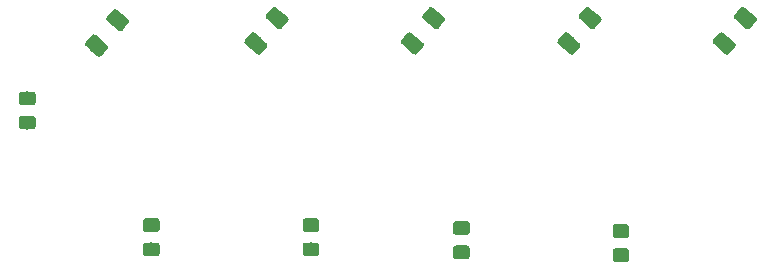
<source format=gbr>
G04 #@! TF.GenerationSoftware,KiCad,Pcbnew,(5.1.2)-2*
G04 #@! TF.CreationDate,2019-10-08T20:06:50+08:00*
G04 #@! TF.ProjectId,18650 holder,31383635-3020-4686-9f6c-6465722e6b69,rev?*
G04 #@! TF.SameCoordinates,Original*
G04 #@! TF.FileFunction,Paste,Top*
G04 #@! TF.FilePolarity,Positive*
%FSLAX46Y46*%
G04 Gerber Fmt 4.6, Leading zero omitted, Abs format (unit mm)*
G04 Created by KiCad (PCBNEW (5.1.2)-2) date 2019-10-08 20:06:50*
%MOMM*%
%LPD*%
G04 APERTURE LIST*
%ADD10C,0.100000*%
%ADD11C,1.250000*%
%ADD12C,1.150000*%
G04 APERTURE END LIST*
D10*
G36*
X166139582Y-39634939D02*
G01*
X166163809Y-39638803D01*
X166187542Y-39645024D01*
X166210550Y-39653541D01*
X166232612Y-39664271D01*
X166253517Y-39677113D01*
X166273062Y-39691942D01*
X167230617Y-40495427D01*
X167248615Y-40512100D01*
X167264891Y-40530457D01*
X167279290Y-40550321D01*
X167291673Y-40571501D01*
X167301920Y-40593792D01*
X167309933Y-40616981D01*
X167315634Y-40640843D01*
X167318969Y-40665149D01*
X167319905Y-40689665D01*
X167318434Y-40714155D01*
X167314570Y-40738382D01*
X167308349Y-40762115D01*
X167299832Y-40785123D01*
X167289102Y-40807185D01*
X167276260Y-40828090D01*
X167261431Y-40847635D01*
X166779340Y-41422168D01*
X166762667Y-41440166D01*
X166744310Y-41456442D01*
X166724446Y-41470841D01*
X166703266Y-41483224D01*
X166680975Y-41493471D01*
X166657786Y-41501484D01*
X166633924Y-41507185D01*
X166609618Y-41510520D01*
X166585102Y-41511456D01*
X166560612Y-41509985D01*
X166536385Y-41506121D01*
X166512652Y-41499900D01*
X166489644Y-41491383D01*
X166467582Y-41480653D01*
X166446677Y-41467811D01*
X166427132Y-41452982D01*
X165469577Y-40649497D01*
X165451579Y-40632824D01*
X165435303Y-40614467D01*
X165420904Y-40594603D01*
X165408521Y-40573423D01*
X165398274Y-40551132D01*
X165390261Y-40527943D01*
X165384560Y-40504081D01*
X165381225Y-40479775D01*
X165380289Y-40455259D01*
X165381760Y-40430769D01*
X165385624Y-40406542D01*
X165391845Y-40382809D01*
X165400362Y-40359801D01*
X165411092Y-40337739D01*
X165423934Y-40316834D01*
X165438763Y-40297289D01*
X165920854Y-39722756D01*
X165937527Y-39704758D01*
X165955884Y-39688482D01*
X165975748Y-39674083D01*
X165996928Y-39661700D01*
X166019219Y-39651453D01*
X166042408Y-39643440D01*
X166066270Y-39637739D01*
X166090576Y-39634404D01*
X166115092Y-39633468D01*
X166139582Y-39634939D01*
X166139582Y-39634939D01*
G37*
D11*
X166350097Y-40572462D03*
D10*
G36*
X167939388Y-37490015D02*
G01*
X167963615Y-37493879D01*
X167987348Y-37500100D01*
X168010356Y-37508617D01*
X168032418Y-37519347D01*
X168053323Y-37532189D01*
X168072868Y-37547018D01*
X169030423Y-38350503D01*
X169048421Y-38367176D01*
X169064697Y-38385533D01*
X169079096Y-38405397D01*
X169091479Y-38426577D01*
X169101726Y-38448868D01*
X169109739Y-38472057D01*
X169115440Y-38495919D01*
X169118775Y-38520225D01*
X169119711Y-38544741D01*
X169118240Y-38569231D01*
X169114376Y-38593458D01*
X169108155Y-38617191D01*
X169099638Y-38640199D01*
X169088908Y-38662261D01*
X169076066Y-38683166D01*
X169061237Y-38702711D01*
X168579146Y-39277244D01*
X168562473Y-39295242D01*
X168544116Y-39311518D01*
X168524252Y-39325917D01*
X168503072Y-39338300D01*
X168480781Y-39348547D01*
X168457592Y-39356560D01*
X168433730Y-39362261D01*
X168409424Y-39365596D01*
X168384908Y-39366532D01*
X168360418Y-39365061D01*
X168336191Y-39361197D01*
X168312458Y-39354976D01*
X168289450Y-39346459D01*
X168267388Y-39335729D01*
X168246483Y-39322887D01*
X168226938Y-39308058D01*
X167269383Y-38504573D01*
X167251385Y-38487900D01*
X167235109Y-38469543D01*
X167220710Y-38449679D01*
X167208327Y-38428499D01*
X167198080Y-38406208D01*
X167190067Y-38383019D01*
X167184366Y-38359157D01*
X167181031Y-38334851D01*
X167180095Y-38310335D01*
X167181566Y-38285845D01*
X167185430Y-38261618D01*
X167191651Y-38237885D01*
X167200168Y-38214877D01*
X167210898Y-38192815D01*
X167223740Y-38171910D01*
X167238569Y-38152365D01*
X167720660Y-37577832D01*
X167737333Y-37559834D01*
X167755690Y-37543558D01*
X167775554Y-37529159D01*
X167796734Y-37516776D01*
X167819025Y-37506529D01*
X167842214Y-37498516D01*
X167866076Y-37492815D01*
X167890382Y-37489480D01*
X167914898Y-37488544D01*
X167939388Y-37490015D01*
X167939388Y-37490015D01*
G37*
D11*
X168149903Y-38427538D03*
D10*
G36*
X171224505Y-57926204D02*
G01*
X171248773Y-57929804D01*
X171272572Y-57935765D01*
X171295671Y-57944030D01*
X171317850Y-57954520D01*
X171338893Y-57967132D01*
X171358599Y-57981747D01*
X171376777Y-57998223D01*
X171393253Y-58016401D01*
X171407868Y-58036107D01*
X171420480Y-58057150D01*
X171430970Y-58079329D01*
X171439235Y-58102428D01*
X171445196Y-58126227D01*
X171448796Y-58150495D01*
X171450000Y-58174999D01*
X171450000Y-58825001D01*
X171448796Y-58849505D01*
X171445196Y-58873773D01*
X171439235Y-58897572D01*
X171430970Y-58920671D01*
X171420480Y-58942850D01*
X171407868Y-58963893D01*
X171393253Y-58983599D01*
X171376777Y-59001777D01*
X171358599Y-59018253D01*
X171338893Y-59032868D01*
X171317850Y-59045480D01*
X171295671Y-59055970D01*
X171272572Y-59064235D01*
X171248773Y-59070196D01*
X171224505Y-59073796D01*
X171200001Y-59075000D01*
X170299999Y-59075000D01*
X170275495Y-59073796D01*
X170251227Y-59070196D01*
X170227428Y-59064235D01*
X170204329Y-59055970D01*
X170182150Y-59045480D01*
X170161107Y-59032868D01*
X170141401Y-59018253D01*
X170123223Y-59001777D01*
X170106747Y-58983599D01*
X170092132Y-58963893D01*
X170079520Y-58942850D01*
X170069030Y-58920671D01*
X170060765Y-58897572D01*
X170054804Y-58873773D01*
X170051204Y-58849505D01*
X170050000Y-58825001D01*
X170050000Y-58174999D01*
X170051204Y-58150495D01*
X170054804Y-58126227D01*
X170060765Y-58102428D01*
X170069030Y-58079329D01*
X170079520Y-58057150D01*
X170092132Y-58036107D01*
X170106747Y-58016401D01*
X170123223Y-57998223D01*
X170141401Y-57981747D01*
X170161107Y-57967132D01*
X170182150Y-57954520D01*
X170204329Y-57944030D01*
X170227428Y-57935765D01*
X170251227Y-57929804D01*
X170275495Y-57926204D01*
X170299999Y-57925000D01*
X171200001Y-57925000D01*
X171224505Y-57926204D01*
X171224505Y-57926204D01*
G37*
D12*
X170750000Y-58500000D03*
D10*
G36*
X171224505Y-55876204D02*
G01*
X171248773Y-55879804D01*
X171272572Y-55885765D01*
X171295671Y-55894030D01*
X171317850Y-55904520D01*
X171338893Y-55917132D01*
X171358599Y-55931747D01*
X171376777Y-55948223D01*
X171393253Y-55966401D01*
X171407868Y-55986107D01*
X171420480Y-56007150D01*
X171430970Y-56029329D01*
X171439235Y-56052428D01*
X171445196Y-56076227D01*
X171448796Y-56100495D01*
X171450000Y-56124999D01*
X171450000Y-56775001D01*
X171448796Y-56799505D01*
X171445196Y-56823773D01*
X171439235Y-56847572D01*
X171430970Y-56870671D01*
X171420480Y-56892850D01*
X171407868Y-56913893D01*
X171393253Y-56933599D01*
X171376777Y-56951777D01*
X171358599Y-56968253D01*
X171338893Y-56982868D01*
X171317850Y-56995480D01*
X171295671Y-57005970D01*
X171272572Y-57014235D01*
X171248773Y-57020196D01*
X171224505Y-57023796D01*
X171200001Y-57025000D01*
X170299999Y-57025000D01*
X170275495Y-57023796D01*
X170251227Y-57020196D01*
X170227428Y-57014235D01*
X170204329Y-57005970D01*
X170182150Y-56995480D01*
X170161107Y-56982868D01*
X170141401Y-56968253D01*
X170123223Y-56951777D01*
X170106747Y-56933599D01*
X170092132Y-56913893D01*
X170079520Y-56892850D01*
X170069030Y-56870671D01*
X170060765Y-56847572D01*
X170054804Y-56823773D01*
X170051204Y-56799505D01*
X170050000Y-56775001D01*
X170050000Y-56124999D01*
X170051204Y-56100495D01*
X170054804Y-56076227D01*
X170060765Y-56052428D01*
X170069030Y-56029329D01*
X170079520Y-56007150D01*
X170092132Y-55986107D01*
X170106747Y-55966401D01*
X170123223Y-55948223D01*
X170141401Y-55931747D01*
X170161107Y-55917132D01*
X170182150Y-55904520D01*
X170204329Y-55894030D01*
X170227428Y-55885765D01*
X170251227Y-55879804D01*
X170275495Y-55876204D01*
X170299999Y-55875000D01*
X171200001Y-55875000D01*
X171224505Y-55876204D01*
X171224505Y-55876204D01*
G37*
D12*
X170750000Y-56450000D03*
D10*
G36*
X179289485Y-39634939D02*
G01*
X179313712Y-39638803D01*
X179337445Y-39645024D01*
X179360453Y-39653541D01*
X179382515Y-39664271D01*
X179403420Y-39677113D01*
X179422965Y-39691942D01*
X180380520Y-40495427D01*
X180398518Y-40512100D01*
X180414794Y-40530457D01*
X180429193Y-40550321D01*
X180441576Y-40571501D01*
X180451823Y-40593792D01*
X180459836Y-40616981D01*
X180465537Y-40640843D01*
X180468872Y-40665149D01*
X180469808Y-40689665D01*
X180468337Y-40714155D01*
X180464473Y-40738382D01*
X180458252Y-40762115D01*
X180449735Y-40785123D01*
X180439005Y-40807185D01*
X180426163Y-40828090D01*
X180411334Y-40847635D01*
X179929243Y-41422168D01*
X179912570Y-41440166D01*
X179894213Y-41456442D01*
X179874349Y-41470841D01*
X179853169Y-41483224D01*
X179830878Y-41493471D01*
X179807689Y-41501484D01*
X179783827Y-41507185D01*
X179759521Y-41510520D01*
X179735005Y-41511456D01*
X179710515Y-41509985D01*
X179686288Y-41506121D01*
X179662555Y-41499900D01*
X179639547Y-41491383D01*
X179617485Y-41480653D01*
X179596580Y-41467811D01*
X179577035Y-41452982D01*
X178619480Y-40649497D01*
X178601482Y-40632824D01*
X178585206Y-40614467D01*
X178570807Y-40594603D01*
X178558424Y-40573423D01*
X178548177Y-40551132D01*
X178540164Y-40527943D01*
X178534463Y-40504081D01*
X178531128Y-40479775D01*
X178530192Y-40455259D01*
X178531663Y-40430769D01*
X178535527Y-40406542D01*
X178541748Y-40382809D01*
X178550265Y-40359801D01*
X178560995Y-40337739D01*
X178573837Y-40316834D01*
X178588666Y-40297289D01*
X179070757Y-39722756D01*
X179087430Y-39704758D01*
X179105787Y-39688482D01*
X179125651Y-39674083D01*
X179146831Y-39661700D01*
X179169122Y-39651453D01*
X179192311Y-39643440D01*
X179216173Y-39637739D01*
X179240479Y-39634404D01*
X179264995Y-39633468D01*
X179289485Y-39634939D01*
X179289485Y-39634939D01*
G37*
D11*
X179500000Y-40572462D03*
D10*
G36*
X181089291Y-37490015D02*
G01*
X181113518Y-37493879D01*
X181137251Y-37500100D01*
X181160259Y-37508617D01*
X181182321Y-37519347D01*
X181203226Y-37532189D01*
X181222771Y-37547018D01*
X182180326Y-38350503D01*
X182198324Y-38367176D01*
X182214600Y-38385533D01*
X182228999Y-38405397D01*
X182241382Y-38426577D01*
X182251629Y-38448868D01*
X182259642Y-38472057D01*
X182265343Y-38495919D01*
X182268678Y-38520225D01*
X182269614Y-38544741D01*
X182268143Y-38569231D01*
X182264279Y-38593458D01*
X182258058Y-38617191D01*
X182249541Y-38640199D01*
X182238811Y-38662261D01*
X182225969Y-38683166D01*
X182211140Y-38702711D01*
X181729049Y-39277244D01*
X181712376Y-39295242D01*
X181694019Y-39311518D01*
X181674155Y-39325917D01*
X181652975Y-39338300D01*
X181630684Y-39348547D01*
X181607495Y-39356560D01*
X181583633Y-39362261D01*
X181559327Y-39365596D01*
X181534811Y-39366532D01*
X181510321Y-39365061D01*
X181486094Y-39361197D01*
X181462361Y-39354976D01*
X181439353Y-39346459D01*
X181417291Y-39335729D01*
X181396386Y-39322887D01*
X181376841Y-39308058D01*
X180419286Y-38504573D01*
X180401288Y-38487900D01*
X180385012Y-38469543D01*
X180370613Y-38449679D01*
X180358230Y-38428499D01*
X180347983Y-38406208D01*
X180339970Y-38383019D01*
X180334269Y-38359157D01*
X180330934Y-38334851D01*
X180329998Y-38310335D01*
X180331469Y-38285845D01*
X180335333Y-38261618D01*
X180341554Y-38237885D01*
X180350071Y-38214877D01*
X180360801Y-38192815D01*
X180373643Y-38171910D01*
X180388472Y-38152365D01*
X180870563Y-37577832D01*
X180887236Y-37559834D01*
X180905593Y-37543558D01*
X180925457Y-37529159D01*
X180946637Y-37516776D01*
X180968928Y-37506529D01*
X180992117Y-37498516D01*
X181015979Y-37492815D01*
X181040285Y-37489480D01*
X181064801Y-37488544D01*
X181089291Y-37490015D01*
X181089291Y-37490015D01*
G37*
D11*
X181299806Y-38427538D03*
D10*
G36*
X120974505Y-46701204D02*
G01*
X120998773Y-46704804D01*
X121022572Y-46710765D01*
X121045671Y-46719030D01*
X121067850Y-46729520D01*
X121088893Y-46742132D01*
X121108599Y-46756747D01*
X121126777Y-46773223D01*
X121143253Y-46791401D01*
X121157868Y-46811107D01*
X121170480Y-46832150D01*
X121180970Y-46854329D01*
X121189235Y-46877428D01*
X121195196Y-46901227D01*
X121198796Y-46925495D01*
X121200000Y-46949999D01*
X121200000Y-47600001D01*
X121198796Y-47624505D01*
X121195196Y-47648773D01*
X121189235Y-47672572D01*
X121180970Y-47695671D01*
X121170480Y-47717850D01*
X121157868Y-47738893D01*
X121143253Y-47758599D01*
X121126777Y-47776777D01*
X121108599Y-47793253D01*
X121088893Y-47807868D01*
X121067850Y-47820480D01*
X121045671Y-47830970D01*
X121022572Y-47839235D01*
X120998773Y-47845196D01*
X120974505Y-47848796D01*
X120950001Y-47850000D01*
X120049999Y-47850000D01*
X120025495Y-47848796D01*
X120001227Y-47845196D01*
X119977428Y-47839235D01*
X119954329Y-47830970D01*
X119932150Y-47820480D01*
X119911107Y-47807868D01*
X119891401Y-47793253D01*
X119873223Y-47776777D01*
X119856747Y-47758599D01*
X119842132Y-47738893D01*
X119829520Y-47717850D01*
X119819030Y-47695671D01*
X119810765Y-47672572D01*
X119804804Y-47648773D01*
X119801204Y-47624505D01*
X119800000Y-47600001D01*
X119800000Y-46949999D01*
X119801204Y-46925495D01*
X119804804Y-46901227D01*
X119810765Y-46877428D01*
X119819030Y-46854329D01*
X119829520Y-46832150D01*
X119842132Y-46811107D01*
X119856747Y-46791401D01*
X119873223Y-46773223D01*
X119891401Y-46756747D01*
X119911107Y-46742132D01*
X119932150Y-46729520D01*
X119954329Y-46719030D01*
X119977428Y-46710765D01*
X120001227Y-46704804D01*
X120025495Y-46701204D01*
X120049999Y-46700000D01*
X120950001Y-46700000D01*
X120974505Y-46701204D01*
X120974505Y-46701204D01*
G37*
D12*
X120500000Y-47275000D03*
D10*
G36*
X120974505Y-44651204D02*
G01*
X120998773Y-44654804D01*
X121022572Y-44660765D01*
X121045671Y-44669030D01*
X121067850Y-44679520D01*
X121088893Y-44692132D01*
X121108599Y-44706747D01*
X121126777Y-44723223D01*
X121143253Y-44741401D01*
X121157868Y-44761107D01*
X121170480Y-44782150D01*
X121180970Y-44804329D01*
X121189235Y-44827428D01*
X121195196Y-44851227D01*
X121198796Y-44875495D01*
X121200000Y-44899999D01*
X121200000Y-45550001D01*
X121198796Y-45574505D01*
X121195196Y-45598773D01*
X121189235Y-45622572D01*
X121180970Y-45645671D01*
X121170480Y-45667850D01*
X121157868Y-45688893D01*
X121143253Y-45708599D01*
X121126777Y-45726777D01*
X121108599Y-45743253D01*
X121088893Y-45757868D01*
X121067850Y-45770480D01*
X121045671Y-45780970D01*
X121022572Y-45789235D01*
X120998773Y-45795196D01*
X120974505Y-45798796D01*
X120950001Y-45800000D01*
X120049999Y-45800000D01*
X120025495Y-45798796D01*
X120001227Y-45795196D01*
X119977428Y-45789235D01*
X119954329Y-45780970D01*
X119932150Y-45770480D01*
X119911107Y-45757868D01*
X119891401Y-45743253D01*
X119873223Y-45726777D01*
X119856747Y-45708599D01*
X119842132Y-45688893D01*
X119829520Y-45667850D01*
X119819030Y-45645671D01*
X119810765Y-45622572D01*
X119804804Y-45598773D01*
X119801204Y-45574505D01*
X119800000Y-45550001D01*
X119800000Y-44899999D01*
X119801204Y-44875495D01*
X119804804Y-44851227D01*
X119810765Y-44827428D01*
X119819030Y-44804329D01*
X119829520Y-44782150D01*
X119842132Y-44761107D01*
X119856747Y-44741401D01*
X119873223Y-44723223D01*
X119891401Y-44706747D01*
X119911107Y-44692132D01*
X119932150Y-44679520D01*
X119954329Y-44669030D01*
X119977428Y-44660765D01*
X120001227Y-44654804D01*
X120025495Y-44651204D01*
X120049999Y-44650000D01*
X120950001Y-44650000D01*
X120974505Y-44651204D01*
X120974505Y-44651204D01*
G37*
D12*
X120500000Y-45225000D03*
D10*
G36*
X131474505Y-57426204D02*
G01*
X131498773Y-57429804D01*
X131522572Y-57435765D01*
X131545671Y-57444030D01*
X131567850Y-57454520D01*
X131588893Y-57467132D01*
X131608599Y-57481747D01*
X131626777Y-57498223D01*
X131643253Y-57516401D01*
X131657868Y-57536107D01*
X131670480Y-57557150D01*
X131680970Y-57579329D01*
X131689235Y-57602428D01*
X131695196Y-57626227D01*
X131698796Y-57650495D01*
X131700000Y-57674999D01*
X131700000Y-58325001D01*
X131698796Y-58349505D01*
X131695196Y-58373773D01*
X131689235Y-58397572D01*
X131680970Y-58420671D01*
X131670480Y-58442850D01*
X131657868Y-58463893D01*
X131643253Y-58483599D01*
X131626777Y-58501777D01*
X131608599Y-58518253D01*
X131588893Y-58532868D01*
X131567850Y-58545480D01*
X131545671Y-58555970D01*
X131522572Y-58564235D01*
X131498773Y-58570196D01*
X131474505Y-58573796D01*
X131450001Y-58575000D01*
X130549999Y-58575000D01*
X130525495Y-58573796D01*
X130501227Y-58570196D01*
X130477428Y-58564235D01*
X130454329Y-58555970D01*
X130432150Y-58545480D01*
X130411107Y-58532868D01*
X130391401Y-58518253D01*
X130373223Y-58501777D01*
X130356747Y-58483599D01*
X130342132Y-58463893D01*
X130329520Y-58442850D01*
X130319030Y-58420671D01*
X130310765Y-58397572D01*
X130304804Y-58373773D01*
X130301204Y-58349505D01*
X130300000Y-58325001D01*
X130300000Y-57674999D01*
X130301204Y-57650495D01*
X130304804Y-57626227D01*
X130310765Y-57602428D01*
X130319030Y-57579329D01*
X130329520Y-57557150D01*
X130342132Y-57536107D01*
X130356747Y-57516401D01*
X130373223Y-57498223D01*
X130391401Y-57481747D01*
X130411107Y-57467132D01*
X130432150Y-57454520D01*
X130454329Y-57444030D01*
X130477428Y-57435765D01*
X130501227Y-57429804D01*
X130525495Y-57426204D01*
X130549999Y-57425000D01*
X131450001Y-57425000D01*
X131474505Y-57426204D01*
X131474505Y-57426204D01*
G37*
D12*
X131000000Y-58000000D03*
D10*
G36*
X131474505Y-55376204D02*
G01*
X131498773Y-55379804D01*
X131522572Y-55385765D01*
X131545671Y-55394030D01*
X131567850Y-55404520D01*
X131588893Y-55417132D01*
X131608599Y-55431747D01*
X131626777Y-55448223D01*
X131643253Y-55466401D01*
X131657868Y-55486107D01*
X131670480Y-55507150D01*
X131680970Y-55529329D01*
X131689235Y-55552428D01*
X131695196Y-55576227D01*
X131698796Y-55600495D01*
X131700000Y-55624999D01*
X131700000Y-56275001D01*
X131698796Y-56299505D01*
X131695196Y-56323773D01*
X131689235Y-56347572D01*
X131680970Y-56370671D01*
X131670480Y-56392850D01*
X131657868Y-56413893D01*
X131643253Y-56433599D01*
X131626777Y-56451777D01*
X131608599Y-56468253D01*
X131588893Y-56482868D01*
X131567850Y-56495480D01*
X131545671Y-56505970D01*
X131522572Y-56514235D01*
X131498773Y-56520196D01*
X131474505Y-56523796D01*
X131450001Y-56525000D01*
X130549999Y-56525000D01*
X130525495Y-56523796D01*
X130501227Y-56520196D01*
X130477428Y-56514235D01*
X130454329Y-56505970D01*
X130432150Y-56495480D01*
X130411107Y-56482868D01*
X130391401Y-56468253D01*
X130373223Y-56451777D01*
X130356747Y-56433599D01*
X130342132Y-56413893D01*
X130329520Y-56392850D01*
X130319030Y-56370671D01*
X130310765Y-56347572D01*
X130304804Y-56323773D01*
X130301204Y-56299505D01*
X130300000Y-56275001D01*
X130300000Y-55624999D01*
X130301204Y-55600495D01*
X130304804Y-55576227D01*
X130310765Y-55552428D01*
X130319030Y-55529329D01*
X130329520Y-55507150D01*
X130342132Y-55486107D01*
X130356747Y-55466401D01*
X130373223Y-55448223D01*
X130391401Y-55431747D01*
X130411107Y-55417132D01*
X130432150Y-55404520D01*
X130454329Y-55394030D01*
X130477428Y-55385765D01*
X130501227Y-55379804D01*
X130525495Y-55376204D01*
X130549999Y-55375000D01*
X131450001Y-55375000D01*
X131474505Y-55376204D01*
X131474505Y-55376204D01*
G37*
D12*
X131000000Y-55950000D03*
D10*
G36*
X144974505Y-57426204D02*
G01*
X144998773Y-57429804D01*
X145022572Y-57435765D01*
X145045671Y-57444030D01*
X145067850Y-57454520D01*
X145088893Y-57467132D01*
X145108599Y-57481747D01*
X145126777Y-57498223D01*
X145143253Y-57516401D01*
X145157868Y-57536107D01*
X145170480Y-57557150D01*
X145180970Y-57579329D01*
X145189235Y-57602428D01*
X145195196Y-57626227D01*
X145198796Y-57650495D01*
X145200000Y-57674999D01*
X145200000Y-58325001D01*
X145198796Y-58349505D01*
X145195196Y-58373773D01*
X145189235Y-58397572D01*
X145180970Y-58420671D01*
X145170480Y-58442850D01*
X145157868Y-58463893D01*
X145143253Y-58483599D01*
X145126777Y-58501777D01*
X145108599Y-58518253D01*
X145088893Y-58532868D01*
X145067850Y-58545480D01*
X145045671Y-58555970D01*
X145022572Y-58564235D01*
X144998773Y-58570196D01*
X144974505Y-58573796D01*
X144950001Y-58575000D01*
X144049999Y-58575000D01*
X144025495Y-58573796D01*
X144001227Y-58570196D01*
X143977428Y-58564235D01*
X143954329Y-58555970D01*
X143932150Y-58545480D01*
X143911107Y-58532868D01*
X143891401Y-58518253D01*
X143873223Y-58501777D01*
X143856747Y-58483599D01*
X143842132Y-58463893D01*
X143829520Y-58442850D01*
X143819030Y-58420671D01*
X143810765Y-58397572D01*
X143804804Y-58373773D01*
X143801204Y-58349505D01*
X143800000Y-58325001D01*
X143800000Y-57674999D01*
X143801204Y-57650495D01*
X143804804Y-57626227D01*
X143810765Y-57602428D01*
X143819030Y-57579329D01*
X143829520Y-57557150D01*
X143842132Y-57536107D01*
X143856747Y-57516401D01*
X143873223Y-57498223D01*
X143891401Y-57481747D01*
X143911107Y-57467132D01*
X143932150Y-57454520D01*
X143954329Y-57444030D01*
X143977428Y-57435765D01*
X144001227Y-57429804D01*
X144025495Y-57426204D01*
X144049999Y-57425000D01*
X144950001Y-57425000D01*
X144974505Y-57426204D01*
X144974505Y-57426204D01*
G37*
D12*
X144500000Y-58000000D03*
D10*
G36*
X144974505Y-55376204D02*
G01*
X144998773Y-55379804D01*
X145022572Y-55385765D01*
X145045671Y-55394030D01*
X145067850Y-55404520D01*
X145088893Y-55417132D01*
X145108599Y-55431747D01*
X145126777Y-55448223D01*
X145143253Y-55466401D01*
X145157868Y-55486107D01*
X145170480Y-55507150D01*
X145180970Y-55529329D01*
X145189235Y-55552428D01*
X145195196Y-55576227D01*
X145198796Y-55600495D01*
X145200000Y-55624999D01*
X145200000Y-56275001D01*
X145198796Y-56299505D01*
X145195196Y-56323773D01*
X145189235Y-56347572D01*
X145180970Y-56370671D01*
X145170480Y-56392850D01*
X145157868Y-56413893D01*
X145143253Y-56433599D01*
X145126777Y-56451777D01*
X145108599Y-56468253D01*
X145088893Y-56482868D01*
X145067850Y-56495480D01*
X145045671Y-56505970D01*
X145022572Y-56514235D01*
X144998773Y-56520196D01*
X144974505Y-56523796D01*
X144950001Y-56525000D01*
X144049999Y-56525000D01*
X144025495Y-56523796D01*
X144001227Y-56520196D01*
X143977428Y-56514235D01*
X143954329Y-56505970D01*
X143932150Y-56495480D01*
X143911107Y-56482868D01*
X143891401Y-56468253D01*
X143873223Y-56451777D01*
X143856747Y-56433599D01*
X143842132Y-56413893D01*
X143829520Y-56392850D01*
X143819030Y-56370671D01*
X143810765Y-56347572D01*
X143804804Y-56323773D01*
X143801204Y-56299505D01*
X143800000Y-56275001D01*
X143800000Y-55624999D01*
X143801204Y-55600495D01*
X143804804Y-55576227D01*
X143810765Y-55552428D01*
X143819030Y-55529329D01*
X143829520Y-55507150D01*
X143842132Y-55486107D01*
X143856747Y-55466401D01*
X143873223Y-55448223D01*
X143891401Y-55431747D01*
X143911107Y-55417132D01*
X143932150Y-55404520D01*
X143954329Y-55394030D01*
X143977428Y-55385765D01*
X144001227Y-55379804D01*
X144025495Y-55376204D01*
X144049999Y-55375000D01*
X144950001Y-55375000D01*
X144974505Y-55376204D01*
X144974505Y-55376204D01*
G37*
D12*
X144500000Y-55950000D03*
D10*
G36*
X157724505Y-57676204D02*
G01*
X157748773Y-57679804D01*
X157772572Y-57685765D01*
X157795671Y-57694030D01*
X157817850Y-57704520D01*
X157838893Y-57717132D01*
X157858599Y-57731747D01*
X157876777Y-57748223D01*
X157893253Y-57766401D01*
X157907868Y-57786107D01*
X157920480Y-57807150D01*
X157930970Y-57829329D01*
X157939235Y-57852428D01*
X157945196Y-57876227D01*
X157948796Y-57900495D01*
X157950000Y-57924999D01*
X157950000Y-58575001D01*
X157948796Y-58599505D01*
X157945196Y-58623773D01*
X157939235Y-58647572D01*
X157930970Y-58670671D01*
X157920480Y-58692850D01*
X157907868Y-58713893D01*
X157893253Y-58733599D01*
X157876777Y-58751777D01*
X157858599Y-58768253D01*
X157838893Y-58782868D01*
X157817850Y-58795480D01*
X157795671Y-58805970D01*
X157772572Y-58814235D01*
X157748773Y-58820196D01*
X157724505Y-58823796D01*
X157700001Y-58825000D01*
X156799999Y-58825000D01*
X156775495Y-58823796D01*
X156751227Y-58820196D01*
X156727428Y-58814235D01*
X156704329Y-58805970D01*
X156682150Y-58795480D01*
X156661107Y-58782868D01*
X156641401Y-58768253D01*
X156623223Y-58751777D01*
X156606747Y-58733599D01*
X156592132Y-58713893D01*
X156579520Y-58692850D01*
X156569030Y-58670671D01*
X156560765Y-58647572D01*
X156554804Y-58623773D01*
X156551204Y-58599505D01*
X156550000Y-58575001D01*
X156550000Y-57924999D01*
X156551204Y-57900495D01*
X156554804Y-57876227D01*
X156560765Y-57852428D01*
X156569030Y-57829329D01*
X156579520Y-57807150D01*
X156592132Y-57786107D01*
X156606747Y-57766401D01*
X156623223Y-57748223D01*
X156641401Y-57731747D01*
X156661107Y-57717132D01*
X156682150Y-57704520D01*
X156704329Y-57694030D01*
X156727428Y-57685765D01*
X156751227Y-57679804D01*
X156775495Y-57676204D01*
X156799999Y-57675000D01*
X157700001Y-57675000D01*
X157724505Y-57676204D01*
X157724505Y-57676204D01*
G37*
D12*
X157250000Y-58250000D03*
D10*
G36*
X157724505Y-55626204D02*
G01*
X157748773Y-55629804D01*
X157772572Y-55635765D01*
X157795671Y-55644030D01*
X157817850Y-55654520D01*
X157838893Y-55667132D01*
X157858599Y-55681747D01*
X157876777Y-55698223D01*
X157893253Y-55716401D01*
X157907868Y-55736107D01*
X157920480Y-55757150D01*
X157930970Y-55779329D01*
X157939235Y-55802428D01*
X157945196Y-55826227D01*
X157948796Y-55850495D01*
X157950000Y-55874999D01*
X157950000Y-56525001D01*
X157948796Y-56549505D01*
X157945196Y-56573773D01*
X157939235Y-56597572D01*
X157930970Y-56620671D01*
X157920480Y-56642850D01*
X157907868Y-56663893D01*
X157893253Y-56683599D01*
X157876777Y-56701777D01*
X157858599Y-56718253D01*
X157838893Y-56732868D01*
X157817850Y-56745480D01*
X157795671Y-56755970D01*
X157772572Y-56764235D01*
X157748773Y-56770196D01*
X157724505Y-56773796D01*
X157700001Y-56775000D01*
X156799999Y-56775000D01*
X156775495Y-56773796D01*
X156751227Y-56770196D01*
X156727428Y-56764235D01*
X156704329Y-56755970D01*
X156682150Y-56745480D01*
X156661107Y-56732868D01*
X156641401Y-56718253D01*
X156623223Y-56701777D01*
X156606747Y-56683599D01*
X156592132Y-56663893D01*
X156579520Y-56642850D01*
X156569030Y-56620671D01*
X156560765Y-56597572D01*
X156554804Y-56573773D01*
X156551204Y-56549505D01*
X156550000Y-56525001D01*
X156550000Y-55874999D01*
X156551204Y-55850495D01*
X156554804Y-55826227D01*
X156560765Y-55802428D01*
X156569030Y-55779329D01*
X156579520Y-55757150D01*
X156592132Y-55736107D01*
X156606747Y-55716401D01*
X156623223Y-55698223D01*
X156641401Y-55681747D01*
X156661107Y-55667132D01*
X156682150Y-55654520D01*
X156704329Y-55644030D01*
X156727428Y-55635765D01*
X156751227Y-55629804D01*
X156775495Y-55626204D01*
X156799999Y-55625000D01*
X157700001Y-55625000D01*
X157724505Y-55626204D01*
X157724505Y-55626204D01*
G37*
D12*
X157250000Y-56200000D03*
D10*
G36*
X126139582Y-39812477D02*
G01*
X126163809Y-39816341D01*
X126187542Y-39822562D01*
X126210550Y-39831079D01*
X126232612Y-39841809D01*
X126253517Y-39854651D01*
X126273062Y-39869480D01*
X127230617Y-40672965D01*
X127248615Y-40689638D01*
X127264891Y-40707995D01*
X127279290Y-40727859D01*
X127291673Y-40749039D01*
X127301920Y-40771330D01*
X127309933Y-40794519D01*
X127315634Y-40818381D01*
X127318969Y-40842687D01*
X127319905Y-40867203D01*
X127318434Y-40891693D01*
X127314570Y-40915920D01*
X127308349Y-40939653D01*
X127299832Y-40962661D01*
X127289102Y-40984723D01*
X127276260Y-41005628D01*
X127261431Y-41025173D01*
X126779340Y-41599706D01*
X126762667Y-41617704D01*
X126744310Y-41633980D01*
X126724446Y-41648379D01*
X126703266Y-41660762D01*
X126680975Y-41671009D01*
X126657786Y-41679022D01*
X126633924Y-41684723D01*
X126609618Y-41688058D01*
X126585102Y-41688994D01*
X126560612Y-41687523D01*
X126536385Y-41683659D01*
X126512652Y-41677438D01*
X126489644Y-41668921D01*
X126467582Y-41658191D01*
X126446677Y-41645349D01*
X126427132Y-41630520D01*
X125469577Y-40827035D01*
X125451579Y-40810362D01*
X125435303Y-40792005D01*
X125420904Y-40772141D01*
X125408521Y-40750961D01*
X125398274Y-40728670D01*
X125390261Y-40705481D01*
X125384560Y-40681619D01*
X125381225Y-40657313D01*
X125380289Y-40632797D01*
X125381760Y-40608307D01*
X125385624Y-40584080D01*
X125391845Y-40560347D01*
X125400362Y-40537339D01*
X125411092Y-40515277D01*
X125423934Y-40494372D01*
X125438763Y-40474827D01*
X125920854Y-39900294D01*
X125937527Y-39882296D01*
X125955884Y-39866020D01*
X125975748Y-39851621D01*
X125996928Y-39839238D01*
X126019219Y-39828991D01*
X126042408Y-39820978D01*
X126066270Y-39815277D01*
X126090576Y-39811942D01*
X126115092Y-39811006D01*
X126139582Y-39812477D01*
X126139582Y-39812477D01*
G37*
D11*
X126350097Y-40750000D03*
D10*
G36*
X127939388Y-37667553D02*
G01*
X127963615Y-37671417D01*
X127987348Y-37677638D01*
X128010356Y-37686155D01*
X128032418Y-37696885D01*
X128053323Y-37709727D01*
X128072868Y-37724556D01*
X129030423Y-38528041D01*
X129048421Y-38544714D01*
X129064697Y-38563071D01*
X129079096Y-38582935D01*
X129091479Y-38604115D01*
X129101726Y-38626406D01*
X129109739Y-38649595D01*
X129115440Y-38673457D01*
X129118775Y-38697763D01*
X129119711Y-38722279D01*
X129118240Y-38746769D01*
X129114376Y-38770996D01*
X129108155Y-38794729D01*
X129099638Y-38817737D01*
X129088908Y-38839799D01*
X129076066Y-38860704D01*
X129061237Y-38880249D01*
X128579146Y-39454782D01*
X128562473Y-39472780D01*
X128544116Y-39489056D01*
X128524252Y-39503455D01*
X128503072Y-39515838D01*
X128480781Y-39526085D01*
X128457592Y-39534098D01*
X128433730Y-39539799D01*
X128409424Y-39543134D01*
X128384908Y-39544070D01*
X128360418Y-39542599D01*
X128336191Y-39538735D01*
X128312458Y-39532514D01*
X128289450Y-39523997D01*
X128267388Y-39513267D01*
X128246483Y-39500425D01*
X128226938Y-39485596D01*
X127269383Y-38682111D01*
X127251385Y-38665438D01*
X127235109Y-38647081D01*
X127220710Y-38627217D01*
X127208327Y-38606037D01*
X127198080Y-38583746D01*
X127190067Y-38560557D01*
X127184366Y-38536695D01*
X127181031Y-38512389D01*
X127180095Y-38487873D01*
X127181566Y-38463383D01*
X127185430Y-38439156D01*
X127191651Y-38415423D01*
X127200168Y-38392415D01*
X127210898Y-38370353D01*
X127223740Y-38349448D01*
X127238569Y-38329903D01*
X127720660Y-37755370D01*
X127737333Y-37737372D01*
X127755690Y-37721096D01*
X127775554Y-37706697D01*
X127796734Y-37694314D01*
X127819025Y-37684067D01*
X127842214Y-37676054D01*
X127866076Y-37670353D01*
X127890382Y-37667018D01*
X127914898Y-37666082D01*
X127939388Y-37667553D01*
X127939388Y-37667553D01*
G37*
D11*
X128149903Y-38605076D03*
D10*
G36*
X139639582Y-39634939D02*
G01*
X139663809Y-39638803D01*
X139687542Y-39645024D01*
X139710550Y-39653541D01*
X139732612Y-39664271D01*
X139753517Y-39677113D01*
X139773062Y-39691942D01*
X140730617Y-40495427D01*
X140748615Y-40512100D01*
X140764891Y-40530457D01*
X140779290Y-40550321D01*
X140791673Y-40571501D01*
X140801920Y-40593792D01*
X140809933Y-40616981D01*
X140815634Y-40640843D01*
X140818969Y-40665149D01*
X140819905Y-40689665D01*
X140818434Y-40714155D01*
X140814570Y-40738382D01*
X140808349Y-40762115D01*
X140799832Y-40785123D01*
X140789102Y-40807185D01*
X140776260Y-40828090D01*
X140761431Y-40847635D01*
X140279340Y-41422168D01*
X140262667Y-41440166D01*
X140244310Y-41456442D01*
X140224446Y-41470841D01*
X140203266Y-41483224D01*
X140180975Y-41493471D01*
X140157786Y-41501484D01*
X140133924Y-41507185D01*
X140109618Y-41510520D01*
X140085102Y-41511456D01*
X140060612Y-41509985D01*
X140036385Y-41506121D01*
X140012652Y-41499900D01*
X139989644Y-41491383D01*
X139967582Y-41480653D01*
X139946677Y-41467811D01*
X139927132Y-41452982D01*
X138969577Y-40649497D01*
X138951579Y-40632824D01*
X138935303Y-40614467D01*
X138920904Y-40594603D01*
X138908521Y-40573423D01*
X138898274Y-40551132D01*
X138890261Y-40527943D01*
X138884560Y-40504081D01*
X138881225Y-40479775D01*
X138880289Y-40455259D01*
X138881760Y-40430769D01*
X138885624Y-40406542D01*
X138891845Y-40382809D01*
X138900362Y-40359801D01*
X138911092Y-40337739D01*
X138923934Y-40316834D01*
X138938763Y-40297289D01*
X139420854Y-39722756D01*
X139437527Y-39704758D01*
X139455884Y-39688482D01*
X139475748Y-39674083D01*
X139496928Y-39661700D01*
X139519219Y-39651453D01*
X139542408Y-39643440D01*
X139566270Y-39637739D01*
X139590576Y-39634404D01*
X139615092Y-39633468D01*
X139639582Y-39634939D01*
X139639582Y-39634939D01*
G37*
D11*
X139850097Y-40572462D03*
D10*
G36*
X141439388Y-37490015D02*
G01*
X141463615Y-37493879D01*
X141487348Y-37500100D01*
X141510356Y-37508617D01*
X141532418Y-37519347D01*
X141553323Y-37532189D01*
X141572868Y-37547018D01*
X142530423Y-38350503D01*
X142548421Y-38367176D01*
X142564697Y-38385533D01*
X142579096Y-38405397D01*
X142591479Y-38426577D01*
X142601726Y-38448868D01*
X142609739Y-38472057D01*
X142615440Y-38495919D01*
X142618775Y-38520225D01*
X142619711Y-38544741D01*
X142618240Y-38569231D01*
X142614376Y-38593458D01*
X142608155Y-38617191D01*
X142599638Y-38640199D01*
X142588908Y-38662261D01*
X142576066Y-38683166D01*
X142561237Y-38702711D01*
X142079146Y-39277244D01*
X142062473Y-39295242D01*
X142044116Y-39311518D01*
X142024252Y-39325917D01*
X142003072Y-39338300D01*
X141980781Y-39348547D01*
X141957592Y-39356560D01*
X141933730Y-39362261D01*
X141909424Y-39365596D01*
X141884908Y-39366532D01*
X141860418Y-39365061D01*
X141836191Y-39361197D01*
X141812458Y-39354976D01*
X141789450Y-39346459D01*
X141767388Y-39335729D01*
X141746483Y-39322887D01*
X141726938Y-39308058D01*
X140769383Y-38504573D01*
X140751385Y-38487900D01*
X140735109Y-38469543D01*
X140720710Y-38449679D01*
X140708327Y-38428499D01*
X140698080Y-38406208D01*
X140690067Y-38383019D01*
X140684366Y-38359157D01*
X140681031Y-38334851D01*
X140680095Y-38310335D01*
X140681566Y-38285845D01*
X140685430Y-38261618D01*
X140691651Y-38237885D01*
X140700168Y-38214877D01*
X140710898Y-38192815D01*
X140723740Y-38171910D01*
X140738569Y-38152365D01*
X141220660Y-37577832D01*
X141237333Y-37559834D01*
X141255690Y-37543558D01*
X141275554Y-37529159D01*
X141296734Y-37516776D01*
X141319025Y-37506529D01*
X141342214Y-37498516D01*
X141366076Y-37492815D01*
X141390382Y-37489480D01*
X141414898Y-37488544D01*
X141439388Y-37490015D01*
X141439388Y-37490015D01*
G37*
D11*
X141649903Y-38427538D03*
D10*
G36*
X152889582Y-39634939D02*
G01*
X152913809Y-39638803D01*
X152937542Y-39645024D01*
X152960550Y-39653541D01*
X152982612Y-39664271D01*
X153003517Y-39677113D01*
X153023062Y-39691942D01*
X153980617Y-40495427D01*
X153998615Y-40512100D01*
X154014891Y-40530457D01*
X154029290Y-40550321D01*
X154041673Y-40571501D01*
X154051920Y-40593792D01*
X154059933Y-40616981D01*
X154065634Y-40640843D01*
X154068969Y-40665149D01*
X154069905Y-40689665D01*
X154068434Y-40714155D01*
X154064570Y-40738382D01*
X154058349Y-40762115D01*
X154049832Y-40785123D01*
X154039102Y-40807185D01*
X154026260Y-40828090D01*
X154011431Y-40847635D01*
X153529340Y-41422168D01*
X153512667Y-41440166D01*
X153494310Y-41456442D01*
X153474446Y-41470841D01*
X153453266Y-41483224D01*
X153430975Y-41493471D01*
X153407786Y-41501484D01*
X153383924Y-41507185D01*
X153359618Y-41510520D01*
X153335102Y-41511456D01*
X153310612Y-41509985D01*
X153286385Y-41506121D01*
X153262652Y-41499900D01*
X153239644Y-41491383D01*
X153217582Y-41480653D01*
X153196677Y-41467811D01*
X153177132Y-41452982D01*
X152219577Y-40649497D01*
X152201579Y-40632824D01*
X152185303Y-40614467D01*
X152170904Y-40594603D01*
X152158521Y-40573423D01*
X152148274Y-40551132D01*
X152140261Y-40527943D01*
X152134560Y-40504081D01*
X152131225Y-40479775D01*
X152130289Y-40455259D01*
X152131760Y-40430769D01*
X152135624Y-40406542D01*
X152141845Y-40382809D01*
X152150362Y-40359801D01*
X152161092Y-40337739D01*
X152173934Y-40316834D01*
X152188763Y-40297289D01*
X152670854Y-39722756D01*
X152687527Y-39704758D01*
X152705884Y-39688482D01*
X152725748Y-39674083D01*
X152746928Y-39661700D01*
X152769219Y-39651453D01*
X152792408Y-39643440D01*
X152816270Y-39637739D01*
X152840576Y-39634404D01*
X152865092Y-39633468D01*
X152889582Y-39634939D01*
X152889582Y-39634939D01*
G37*
D11*
X153100097Y-40572462D03*
D10*
G36*
X154689388Y-37490015D02*
G01*
X154713615Y-37493879D01*
X154737348Y-37500100D01*
X154760356Y-37508617D01*
X154782418Y-37519347D01*
X154803323Y-37532189D01*
X154822868Y-37547018D01*
X155780423Y-38350503D01*
X155798421Y-38367176D01*
X155814697Y-38385533D01*
X155829096Y-38405397D01*
X155841479Y-38426577D01*
X155851726Y-38448868D01*
X155859739Y-38472057D01*
X155865440Y-38495919D01*
X155868775Y-38520225D01*
X155869711Y-38544741D01*
X155868240Y-38569231D01*
X155864376Y-38593458D01*
X155858155Y-38617191D01*
X155849638Y-38640199D01*
X155838908Y-38662261D01*
X155826066Y-38683166D01*
X155811237Y-38702711D01*
X155329146Y-39277244D01*
X155312473Y-39295242D01*
X155294116Y-39311518D01*
X155274252Y-39325917D01*
X155253072Y-39338300D01*
X155230781Y-39348547D01*
X155207592Y-39356560D01*
X155183730Y-39362261D01*
X155159424Y-39365596D01*
X155134908Y-39366532D01*
X155110418Y-39365061D01*
X155086191Y-39361197D01*
X155062458Y-39354976D01*
X155039450Y-39346459D01*
X155017388Y-39335729D01*
X154996483Y-39322887D01*
X154976938Y-39308058D01*
X154019383Y-38504573D01*
X154001385Y-38487900D01*
X153985109Y-38469543D01*
X153970710Y-38449679D01*
X153958327Y-38428499D01*
X153948080Y-38406208D01*
X153940067Y-38383019D01*
X153934366Y-38359157D01*
X153931031Y-38334851D01*
X153930095Y-38310335D01*
X153931566Y-38285845D01*
X153935430Y-38261618D01*
X153941651Y-38237885D01*
X153950168Y-38214877D01*
X153960898Y-38192815D01*
X153973740Y-38171910D01*
X153988569Y-38152365D01*
X154470660Y-37577832D01*
X154487333Y-37559834D01*
X154505690Y-37543558D01*
X154525554Y-37529159D01*
X154546734Y-37516776D01*
X154569025Y-37506529D01*
X154592214Y-37498516D01*
X154616076Y-37492815D01*
X154640382Y-37489480D01*
X154664898Y-37488544D01*
X154689388Y-37490015D01*
X154689388Y-37490015D01*
G37*
D11*
X154899903Y-38427538D03*
M02*

</source>
